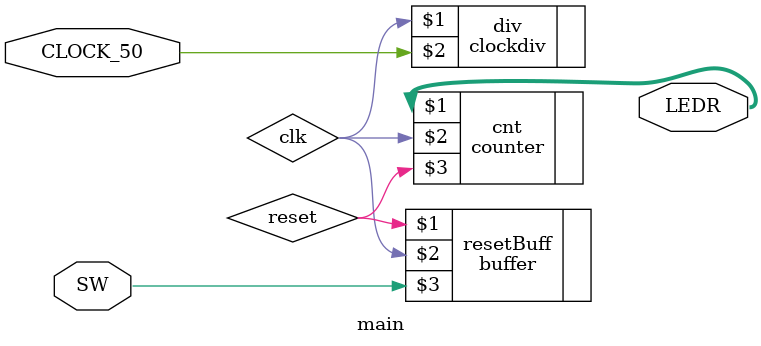
<source format=v>
module main(LEDR, SW, CLOCK_50);
    output wire [3:0] LEDR;
    input [9:9] SW;
    input CLOCK_50;

    wire clk;
    wire reset;

    clockdiv div(clk, CLOCK_50);
    // buffer the reset button to avoid metastability problems.
    buffer resetBuff(reset, clk, SW[9]);

    counter cnt(LEDR[3:0], clk, reset);
endmodule
</source>
